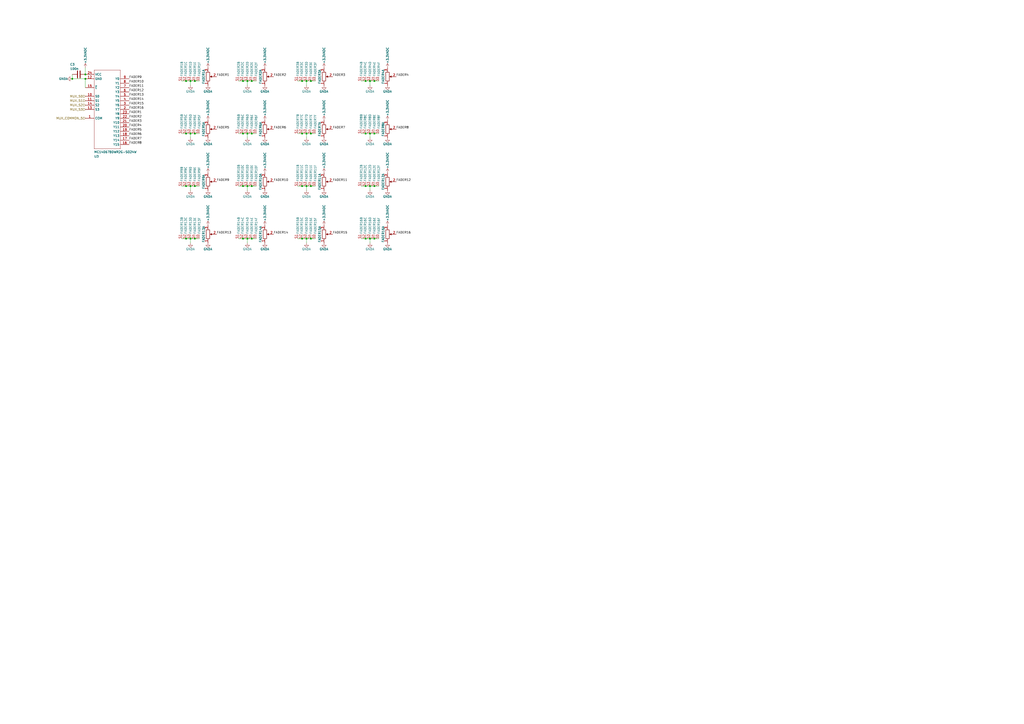
<source format=kicad_sch>
(kicad_sch (version 20250114) (generator "eeschema") (generator_version "9.0")
  (paper "A2")
  (lib_symbols
    (symbol "Device:C" (pin_numbers (hide yes)) (pin_names (offset 0.254))
      (property "Reference" "C" (at 0.635 2.54 0))
      (property "Value" "C" (at 0.635 -2.54 0))
      (symbol "C_0_1"
        (polyline (pts (xy -2.032 0.762) (xy 2.032 0.762)) (stroke (width 0.508)))
        (polyline (pts (xy -2.032 -0.762) (xy 2.032 -0.762)) (stroke (width 0.508)))
      )
      (symbol "C_1_1"
        (pin passive line (at 0 3.81 270) (length 2.794) (name "~") (number "1"))
        (pin passive line (at 0 -3.81 90) (length 2.794) (name "~") (number "2"))
      )
    )
    (symbol "Igor:74HC4067"
      (property "Reference" "U?" (at 6.35 49.53 0))
      (property "Value" "74HC4067" (at 2.54 46.99 0))
      (symbol "74HC4067_0_1"
        (rectangle (start 0 45.72) (end 15.24 0))
      )
      (symbol "74HC4067_1_1"
        (pin power_in line (at -5.08 43.18 0) (length 5.08) (name "VCC") (number "24"))
        (pin power_in line (at -5.08 40.64 0) (length 5.08) (name "GND") (number "12"))
        (pin input line (at -5.08 35.56 0) (length 5.08) (name "~{E}") (number "15"))
        (pin input line (at -5.08 30.48 0) (length 5.08) (name "S0") (number "10"))
        (pin input line (at -5.08 27.94 0) (length 5.08) (name "S1") (number "11"))
        (pin input line (at -5.08 25.4 0) (length 5.08) (name "S2") (number "14"))
        (pin input line (at -5.08 22.86 0) (length 5.08) (name "S3") (number "13"))
        (pin passive line (at -5.08 17.78 0) (length 5.08) (name "COM") (number "1"))
        (pin passive line (at 20.32 40.64 180) (length 5.08) (name "Y0") (number "9"))
        (pin passive line (at 20.32 38.1 180) (length 5.08) (name "Y1") (number "8"))
        (pin passive line (at 20.32 35.56 180) (length 5.08) (name "Y2") (number "7"))
        (pin passive line (at 20.32 33.02 180) (length 5.08) (name "Y3") (number "6"))
        (pin passive line (at 20.32 30.48 180) (length 5.08) (name "Y4") (number "5"))
        (pin passive line (at 20.32 27.94 180) (length 5.08) (name "Y5") (number "4"))
        (pin passive line (at 20.32 25.4 180) (length 5.08) (name "Y6") (number "3"))
        (pin passive line (at 20.32 22.86 180) (length 5.08) (name "Y7") (number "2"))
        (pin passive line (at 20.32 20.32 180) (length 5.08) (name "Y8") (number "23"))
        (pin passive line (at 20.32 17.78 180) (length 5.08) (name "Y9") (number "22"))
        (pin passive line (at 20.32 15.24 180) (length 5.08) (name "Y10") (number "21"))
        (pin passive line (at 20.32 12.7 180) (length 5.08) (name "Y11") (number "20"))
        (pin passive line (at 20.32 10.16 180) (length 5.08) (name "Y12") (number "19"))
        (pin passive line (at 20.32 7.62 180) (length 5.08) (name "Y13") (number "18"))
        (pin passive line (at 20.32 5.08 180) (length 5.08) (name "Y14") (number "17"))
        (pin passive line (at 20.32 2.54 180) (length 5.08) (name "Y15") (number "16"))
      )
    )
    (symbol "Igor:Potentiometer_S" (pin_names (hide yes))
      (property "Reference" "R" (at 1.778 3.556 0))
      (symbol "Potentiometer_S_1_1"
        (rectangle (start -1.016 2.54) (end 1.016 -2.54) (stroke (width 0.254)))
        (polyline (pts (xy 1.143 0) (xy 2.286 0.508) (xy 2.286 -0.508) (xy 1.143 0)) (fill (type outline)))
        (polyline (pts (xy 2.54 0) (xy 1.524 0)))
        (pin passive line (at 0 5.08 270) (length 2.54) (name "1") (number "1"))
        (pin passive line (at 0 -5.08 90) (length 2.54) (name "3") (number "3"))
        (pin passive line (at 5.08 0 180) (length 2.54) (name "2") (number "2"))
      )
      (symbol "Potentiometer_S_2_1"
        (pin passive line (at 0 2.54 270) (length 2.54) (name "S1") (number "S1"))
      )
      (symbol "Potentiometer_S_3_1"
        (pin passive line (at 0 2.54 270) (length 2.54) (name "S2") (number "S2"))
      )
      (symbol "Potentiometer_S_4_1"
        (pin passive line (at 0 2.54 270) (length 2.54) (name "S3") (number "S3"))
      )
      (symbol "Potentiometer_S_5_1"
        (pin passive line (at 0 2.54 270) (length 2.54) (name "S4") (number "S4"))
      )
      (symbol "Potentiometer_S_6_1"
        (pin passive line (at 0 2.54 270) (length 2.54) (name "S5") (number "S5"))
      )
    )
    (symbol "power:+3.3VADC" (power) (pin_names (offset 0))
      (property "Value" "+3.3VADC" (at 0 2.54 0))
      (symbol "+3.3VADC_0_0"
        (pin power_in line (at 0 0 90) (length 0) (hide yes) (name "+3.3VADC") (number "1"))
      )
      (symbol "+3.3VADC_0_1"
        (polyline (pts (xy -0.762 1.27) (xy 0 2.54)))
        (polyline (pts (xy 0 2.54) (xy 0.762 1.27)))
        (polyline (pts (xy 0 0) (xy 0 2.54)))
      )
    )
    (symbol "power:GNDA" (power) (pin_numbers (hide yes)) (pin_names (offset 0) (hide yes))
      (property "Value" "GNDA" (at 0 -3.81 0))
      (symbol "GNDA_0_1"
        (polyline (pts (xy 0 0) (xy 0 -1.27) (xy 1.27 -1.27) (xy 0 -2.54) (xy -1.27 -1.27) (xy 0 -1.27)))
      )
      (symbol "GNDA_1_1"
        (pin power_in line (at 0 0 270) (length 0) (name "~") (number "1"))
      )
    )
  )
  (junction (at 113.03 107.95))
  (junction (at 180.34 138.43))
  (junction (at 113.03 138.43))
  (junction (at 177.8 138.43))
  (junction (at 110.49 46.99))
  (junction (at 212.09 46.99))
  (junction (at 140.97 46.99))
  (junction (at 146.05 138.43))
  (junction (at 175.26 46.99))
  (junction (at 107.95 107.95))
  (junction (at 140.97 138.43))
  (junction (at 175.26 138.43))
  (junction (at 107.95 46.99))
  (junction (at 107.95 77.47))
  (junction (at 177.8 77.47))
  (junction (at 140.97 107.95))
  (junction (at 214.63 107.95))
  (junction (at 175.26 107.95))
  (junction (at 146.05 46.99))
  (junction (at 140.97 77.47))
  (junction (at 177.8 46.99))
  (junction (at 143.51 46.99))
  (junction (at 212.09 138.43))
  (junction (at 217.17 107.95))
  (junction (at 110.49 138.43))
  (junction (at 49.53 45.72))
  (junction (at 143.51 77.47))
  (junction (at 41.91 45.72))
  (junction (at 107.95 138.43))
  (junction (at 214.63 77.47))
  (junction (at 180.34 46.99))
  (junction (at 217.17 46.99))
  (junction (at 49.53 43.18))
  (junction (at 177.8 107.95))
  (junction (at 143.51 107.95))
  (junction (at 217.17 138.43))
  (junction (at 214.63 46.99))
  (junction (at 217.17 77.47))
  (junction (at 180.34 107.95))
  (junction (at 146.05 107.95))
  (junction (at 175.26 77.47))
  (junction (at 214.63 138.43))
  (junction (at 180.34 77.47))
  (junction (at 212.09 77.47))
  (junction (at 110.49 77.47))
  (junction (at 113.03 46.99))
  (junction (at 146.05 77.47))
  (junction (at 110.49 107.95))
  (junction (at 212.09 107.95))
  (junction (at 143.51 138.43))
  (junction (at 113.03 77.47))
  (wire (pts (xy 143.51 138.43) (xy 146.05 138.43)))
  (wire (pts (xy 175.26 77.47) (xy 177.8 77.47)))
  (wire (pts (xy 105.41 46.99) (xy 107.95 46.99)))
  (wire (pts (xy 140.97 46.99) (xy 143.51 46.99)))
  (wire (pts (xy 105.41 107.95) (xy 107.95 107.95)))
  (wire (pts (xy 177.8 77.47) (xy 180.34 77.47)))
  (wire (pts (xy 146.05 46.99) (xy 148.59 46.99)))
  (wire (pts (xy 107.95 107.95) (xy 110.49 107.95)))
  (wire (pts (xy 107.95 77.47) (xy 110.49 77.47)))
  (wire (pts (xy 212.09 138.43) (xy 214.63 138.43)))
  (wire (pts (xy 217.17 107.95) (xy 219.71 107.95)))
  (wire (pts (xy 214.63 138.43) (xy 214.63 140.97)))
  (wire (pts (xy 113.03 138.43) (xy 115.57 138.43)))
  (wire (pts (xy 110.49 138.43) (xy 110.49 140.97)))
  (wire (pts (xy 214.63 77.47) (xy 217.17 77.47)))
  (wire (pts (xy 143.51 77.47) (xy 143.51 80.01)))
  (wire (pts (xy 105.41 77.47) (xy 107.95 77.47)))
  (wire (pts (xy 49.53 39.37) (xy 49.53 43.18)))
  (wire (pts (xy 209.55 138.43) (xy 212.09 138.43)))
  (wire (pts (xy 172.72 77.47) (xy 175.26 77.47)))
  (wire (pts (xy 217.17 46.99) (xy 219.71 46.99)))
  (wire (pts (xy 177.8 107.95) (xy 180.34 107.95)))
  (wire (pts (xy 138.43 77.47) (xy 140.97 77.47)))
  (wire (pts (xy 180.34 77.47) (xy 182.88 77.47)))
  (wire (pts (xy 138.43 138.43) (xy 140.97 138.43)))
  (wire (pts (xy 143.51 107.95) (xy 143.51 110.49)))
  (wire (pts (xy 172.72 107.95) (xy 175.26 107.95)))
  (wire (pts (xy 107.95 138.43) (xy 110.49 138.43)))
  (wire (pts (xy 138.43 107.95) (xy 140.97 107.95)))
  (wire (pts (xy 217.17 77.47) (xy 219.71 77.47)))
  (wire (pts (xy 214.63 46.99) (xy 214.63 49.53)))
  (wire (pts (xy 113.03 107.95) (xy 115.57 107.95)))
  (wire (pts (xy 49.53 45.72) (xy 49.53 50.8)))
  (wire (pts (xy 110.49 46.99) (xy 113.03 46.99)))
  (wire (pts (xy 138.43 46.99) (xy 140.97 46.99)))
  (wire (pts (xy 110.49 138.43) (xy 113.03 138.43)))
  (wire (pts (xy 143.51 46.99) (xy 146.05 46.99)))
  (wire (pts (xy 146.05 138.43) (xy 148.59 138.43)))
  (wire (pts (xy 110.49 77.47) (xy 113.03 77.47)))
  (wire (pts (xy 212.09 77.47) (xy 214.63 77.47)))
  (wire (pts (xy 214.63 138.43) (xy 217.17 138.43)))
  (wire (pts (xy 110.49 77.47) (xy 110.49 80.01)))
  (wire (pts (xy 146.05 77.47) (xy 148.59 77.47)))
  (wire (pts (xy 175.26 138.43) (xy 177.8 138.43)))
  (wire (pts (xy 180.34 107.95) (xy 182.88 107.95)))
  (wire (pts (xy 41.91 45.72) (xy 49.53 45.72)) (stroke (width 0.1524)))
  (wire (pts (xy 214.63 107.95) (xy 214.63 110.49)))
  (wire (pts (xy 209.55 46.99) (xy 212.09 46.99)))
  (wire (pts (xy 172.72 138.43) (xy 175.26 138.43)))
  (wire (pts (xy 177.8 46.99) (xy 180.34 46.99)))
  (wire (pts (xy 110.49 46.99) (xy 110.49 49.53)))
  (wire (pts (xy 110.49 107.95) (xy 113.03 107.95)))
  (wire (pts (xy 113.03 77.47) (xy 115.57 77.47)))
  (wire (pts (xy 212.09 46.99) (xy 214.63 46.99)))
  (wire (pts (xy 214.63 107.95) (xy 217.17 107.95)))
  (wire (pts (xy 180.34 46.99) (xy 182.88 46.99)))
  (wire (pts (xy 140.97 77.47) (xy 143.51 77.47)))
  (wire (pts (xy 140.97 107.95) (xy 143.51 107.95)))
  (wire (pts (xy 143.51 107.95) (xy 146.05 107.95)))
  (wire (pts (xy 146.05 107.95) (xy 148.59 107.95)))
  (wire (pts (xy 143.51 46.99) (xy 143.51 49.53)))
  (wire (pts (xy 175.26 46.99) (xy 177.8 46.99)))
  (wire (pts (xy 172.72 46.99) (xy 175.26 46.99)))
  (wire (pts (xy 107.95 46.99) (xy 110.49 46.99)))
  (wire (pts (xy 177.8 107.95) (xy 177.8 110.49)))
  (wire (pts (xy 214.63 46.99) (xy 217.17 46.99)))
  (wire (pts (xy 140.97 138.43) (xy 143.51 138.43)))
  (wire (pts (xy 143.51 138.43) (xy 143.51 140.97)))
  (wire (pts (xy 41.91 45.72) (xy 41.91 43.18)) (stroke (width 0.1524)))
  (wire (pts (xy 143.51 77.47) (xy 146.05 77.47)))
  (wire (pts (xy 214.63 77.47) (xy 214.63 80.01)))
  (wire (pts (xy 177.8 138.43) (xy 177.8 140.97)))
  (wire (pts (xy 177.8 77.47) (xy 177.8 80.01)))
  (wire (pts (xy 177.8 46.99) (xy 177.8 49.53)))
  (wire (pts (xy 105.41 138.43) (xy 107.95 138.43)))
  (wire (pts (xy 217.17 138.43) (xy 219.71 138.43)))
  (wire (pts (xy 177.8 138.43) (xy 180.34 138.43)))
  (wire (pts (xy 212.09 107.95) (xy 214.63 107.95)))
  (wire (pts (xy 209.55 107.95) (xy 212.09 107.95)))
  (wire (pts (xy 113.03 46.99) (xy 115.57 46.99)))
  (wire (pts (xy 175.26 107.95) (xy 177.8 107.95)))
  (wire (pts (xy 209.55 77.47) (xy 212.09 77.47)))
  (wire (pts (xy 180.34 138.43) (xy 182.88 138.43)))
  (wire (pts (xy 110.49 107.95) (xy 110.49 110.49)))
  (label "FADER11" (at 193.04 105.41 0))
  (label "FADER9" (at 74.93 45.72 0))
  (label "FADER10" (at 74.93 48.26 0))
  (label "FADER2" (at 158.75 44.45 0))
  (label "FADER10" (at 158.75 105.41 0))
  (label "FADER13" (at 125.73 135.89 0))
  (label "FADER1" (at 74.93 66.04 0))
  (label "FADER3" (at 74.93 71.12 0))
  (label "FADER5" (at 125.73 74.93 0))
  (label "FADER5" (at 74.93 76.2 0))
  (label "FADER8" (at 74.93 83.82 0))
  (label "FADER16" (at 229.87 135.89 0))
  (label "FADER9" (at 125.73 105.41 0))
  (label "FADER12" (at 74.93 53.34 0))
  (label "FADER14" (at 74.93 58.42 0))
  (label "FADER11" (at 74.93 50.8 0))
  (label "FADER14" (at 158.75 135.89 0))
  (label "FADER16" (at 74.93 63.5 0))
  (label "FADER8" (at 229.87 74.93 0))
  (label "FADER4" (at 229.87 44.45 0))
  (label "FADER7" (at 74.93 81.28 0))
  (label "FADER15" (at 193.04 135.89 0))
  (label "FADER4" (at 74.93 73.66 0))
  (label "FADER15" (at 74.93 60.96 0))
  (label "FADER1" (at 125.73 44.45 0))
  (label "FADER12" (at 229.87 105.41 0))
  (label "FADER6" (at 74.93 78.74 0))
  (label "FADER13" (at 74.93 55.88 0))
  (label "FADER6" (at 158.75 74.93 0))
  (label "FADER2" (at 74.93 68.58 0))
  (label "FADER7" (at 193.04 74.93 0))
  (label "FADER3" (at 193.04 44.45 0))
  (hierarchical_label "MUX_S0" (shape input) (at 49.53 55.88 180))
  (hierarchical_label "MUX_S3" (shape input) (at 49.53 63.5 180))
  (hierarchical_label "MUX_S1" (shape input) (at 49.53 58.42 180))
  (hierarchical_label "MUX_COMMON_5" (shape input) (at 49.53 68.58 180))
  (hierarchical_label "MUX_S2" (shape input) (at 49.53 60.96 180))
  (symbol (lib_id "power:GNDA") (at 177.8 80.01 0) (unit 1)
    (property "Reference" "#PWR048" (effects (hide yes)))
    (property "Value" "GNDA" (at 180.34 83.566 0) (effects (justify right)))
    (property "Description" "Power symbol creates a global label with name \"GNDA\" , analog ground" (effects (hide yes)))
  )
  (symbol (lib_id "Igor:Potentiometer_S") (at 182.88 135.89 0) (mirror x) (unit 6)
    (property "Reference" "FADER15" (at 182.88 135.636 90) (effects (justify right)))
    (property "Value" "RS6011SP6003" (effects (hide yes)))
    (property "Footprint" "Igor:RS6011_P" (effects (hide yes)))
    (property "LCSC" "C370993" (effects (hide yes)))
  )
  (symbol (lib_id "power:GNDA") (at 143.51 80.01 0) (unit 1)
    (property "Reference" "#PWR054" (effects (hide yes)))
    (property "Value" "GNDA" (at 146.05 83.566 0) (effects (justify right)))
    (property "Description" "Power symbol creates a global label with name \"GNDA\" , analog ground" (effects (hide yes)))
  )
  (symbol (lib_id "Igor:Potentiometer_S") (at 217.17 135.89 0) (mirror x) (unit 5)
    (property "Reference" "FADER16" (at 217.17 135.636 90) (effects (justify right)))
    (property "Value" "RS6011SP6003" (effects (hide yes)))
    (property "Footprint" "Igor:RS6011_P" (effects (hide yes)))
    (property "LCSC" "C370993" (effects (hide yes)))
  )
  (symbol (lib_id "Igor:Potentiometer_S") (at 224.79 135.89 0) (mirror x) (unit 1)
    (property "Reference" "FADER16" (at 222.25 135.89 90))
    (property "Value" "RS6011SP6003" (effects (hide yes)))
    (property "Footprint" "Igor:RS6011_P" (effects (hide yes)))
    (property "LCSC" "C370993" (effects (hide yes)))
  )
  (symbol (lib_id "Igor:Potentiometer_S") (at 153.67 44.45 0) (mirror x) (unit 1)
    (property "Reference" "FADER2" (at 151.13 44.45 90))
    (property "Value" "RS6011SP6003" (effects (hide yes)))
    (property "Footprint" "Igor:RS6011_P" (effects (hide yes)))
    (property "LCSC" "C370993" (effects (hide yes)))
  )
  (symbol (lib_id "Igor:Potentiometer_S") (at 172.72 74.93 0) (mirror x) (unit 2)
    (property "Reference" "FADER7" (at 172.72 74.676 90) (effects (justify right)))
    (property "Value" "RS6011SP6003" (effects (hide yes)))
    (property "Footprint" "Igor:RS6011_P" (effects (hide yes)))
    (property "LCSC" "C370993" (effects (hide yes)))
  )
  (symbol (lib_id "power:+3.3VADC") (at 187.96 100.33 0) (unit 1)
    (property "Reference" "#PWR042" (effects (hide yes)))
    (property "Value" "+3.3VADC" (at 187.96 97.79 90) (effects (justify left)))
  )
  (symbol (lib_id "power:GNDA") (at 120.65 80.01 0) (unit 1)
    (property "Reference" "#PWR020" (effects (hide yes)))
    (property "Value" "GNDA" (at 123.19 83.566 0) (effects (justify right)))
    (property "Description" "Power symbol creates a global label with name \"GNDA\" , analog ground" (effects (hide yes)))
  )
  (symbol (lib_id "power:+3.3VADC") (at 224.79 100.33 0) (unit 1)
    (property "Reference" "#PWR043" (effects (hide yes)))
    (property "Value" "+3.3VADC" (at 224.79 97.79 90) (effects (justify left)))
  )
  (symbol (lib_id "Igor:Potentiometer_S") (at 219.71 74.93 0) (mirror x) (unit 6)
    (property "Reference" "FADER8" (at 219.71 74.676 90) (effects (justify right)))
    (property "Value" "RS6011SP6003" (effects (hide yes)))
    (property "Footprint" "Igor:RS6011_P" (effects (hide yes)))
    (property "LCSC" "C370993" (effects (hide yes)))
  )
  (symbol (lib_id "Igor:Potentiometer_S") (at 175.26 135.89 0) (mirror x) (unit 3)
    (property "Reference" "FADER15" (at 175.006 135.636 90) (effects (justify right)))
    (property "Value" "RS6011SP6003" (effects (hide yes)))
    (property "Footprint" "Igor:RS6011_P" (effects (hide yes)))
    (property "LCSC" "C370993" (effects (hide yes)))
  )
  (symbol (lib_id "Igor:Potentiometer_S") (at 224.79 74.93 0) (mirror x) (unit 1)
    (property "Reference" "FADER8" (at 222.25 74.93 90))
    (property "Value" "RS6011SP6003" (effects (hide yes)))
    (property "Footprint" "Igor:RS6011_P" (effects (hide yes)))
    (property "LCSC" "C370993" (effects (hide yes)))
  )
  (symbol (lib_id "Igor:Potentiometer_S") (at 107.95 44.45 0) (mirror x) (unit 3)
    (property "Reference" "FADER1" (at 107.696 44.196 90) (effects (justify right)))
    (property "Value" "RS6011SP6003" (effects (hide yes)))
    (property "Footprint" "Igor:RS6011_P" (effects (hide yes)))
    (property "LCSC" "C370993" (effects (hide yes)))
  )
  (symbol (lib_id "power:GNDA") (at 187.96 110.49 0) (unit 1)
    (property "Reference" "#PWR026" (effects (hide yes)))
    (property "Value" "GNDA" (at 190.5 114.046 0) (effects (justify right)))
    (property "Description" "Power symbol creates a global label with name \"GNDA\" , analog ground" (effects (hide yes)))
  )
  (symbol (lib_id "Igor:Potentiometer_S") (at 143.51 105.41 0) (mirror x) (unit 4)
    (property "Reference" "FADER10" (at 143.51 105.156 90) (effects (justify right)))
    (property "Value" "RS6011SP6003" (effects (hide yes)))
    (property "Footprint" "Igor:RS6011_P" (effects (hide yes)))
    (property "LCSC" "C370993" (effects (hide yes)))
  )
  (symbol (lib_id "Igor:Potentiometer_S") (at 146.05 44.45 0) (mirror x) (unit 5)
    (property "Reference" "FADER2" (at 146.05 44.196 90) (effects (justify right)))
    (property "Value" "RS6011SP6003" (effects (hide yes)))
    (property "Footprint" "Igor:RS6011_P" (effects (hide yes)))
    (property "LCSC" "C370993" (effects (hide yes)))
  )
  (symbol (lib_id "Igor:Potentiometer_S") (at 187.96 74.93 0) (mirror x) (unit 1)
    (property "Reference" "FADER7" (at 185.42 74.93 90))
    (property "Value" "RS6011SP6003" (effects (hide yes)))
    (property "Footprint" "Igor:RS6011_P" (effects (hide yes)))
    (property "LCSC" "C370993" (effects (hide yes)))
  )
  (symbol (lib_id "Igor:Potentiometer_S") (at 209.55 74.93 0) (mirror x) (unit 2)
    (property "Reference" "FADER8" (at 209.55 74.676 90) (effects (justify right)))
    (property "Value" "RS6011SP6003" (effects (hide yes)))
    (property "Footprint" "Igor:RS6011_P" (effects (hide yes)))
    (property "LCSC" "C370993" (effects (hide yes)))
  )
  (symbol (lib_id "Igor:Potentiometer_S") (at 107.95 105.41 0) (mirror x) (unit 3)
    (property "Reference" "FADER9" (at 107.696 105.156 90) (effects (justify right)))
    (property "Value" "RS6011SP6003" (effects (hide yes)))
    (property "Footprint" "Igor:RS6011_P" (effects (hide yes)))
    (property "LCSC" "C370993" (effects (hide yes)))
  )
  (symbol (lib_id "Igor:Potentiometer_S") (at 217.17 105.41 0) (mirror x) (unit 5)
    (property "Reference" "FADER12" (at 217.17 105.156 90) (effects (justify right)))
    (property "Value" "RS6011SP6003" (effects (hide yes)))
    (property "Footprint" "Igor:RS6011_P" (effects (hide yes)))
    (property "LCSC" "C370993" (effects (hide yes)))
  )
  (symbol (lib_id "power:GNDA") (at 224.79 140.97 0) (unit 1)
    (property "Reference" "#PWR031" (effects (hide yes)))
    (property "Value" "GNDA" (at 227.33 144.526 0) (effects (justify right)))
    (property "Description" "Power symbol creates a global label with name \"GNDA\" , analog ground" (effects (hide yes)))
  )
  (symbol (lib_id "Igor:Potentiometer_S") (at 214.63 74.93 0) (mirror x) (unit 4)
    (property "Reference" "FADER8" (at 214.63 74.676 90) (effects (justify right)))
    (property "Value" "RS6011SP6003" (effects (hide yes)))
    (property "Footprint" "Igor:RS6011_P" (effects (hide yes)))
    (property "LCSC" "C370993" (effects (hide yes)))
  )
  (symbol (lib_id "Igor:Potentiometer_S") (at 219.71 105.41 0) (mirror x) (unit 6)
    (property "Reference" "FADER12" (at 219.71 105.156 90) (effects (justify right)))
    (property "Value" "RS6011SP6003" (effects (hide yes)))
    (property "Footprint" "Igor:RS6011_P" (effects (hide yes)))
    (property "LCSC" "C370993" (effects (hide yes)))
  )
  (symbol (lib_id "power:GNDA") (at 187.96 49.53 0) (unit 1)
    (property "Reference" "#PWR018" (effects (hide yes)))
    (property "Value" "GNDA" (at 190.5 53.086 0) (effects (justify right)))
    (property "Description" "Power symbol creates a global label with name \"GNDA\" , analog ground" (effects (hide yes)))
  )
  (symbol (lib_id "power:GNDA") (at 110.49 110.49 0) (unit 1)
    (property "Reference" "#PWR070" (effects (hide yes)))
    (property "Value" "GNDA" (at 113.03 114.046 0) (effects (justify right)))
    (property "Description" "Power symbol creates a global label with name \"GNDA\" , analog ground" (effects (hide yes)))
  )
  (symbol (lib_id "Igor:Potentiometer_S") (at 120.65 74.93 0) (mirror x) (unit 1)
    (property "Reference" "FADER5" (at 118.11 74.93 90))
    (property "Value" "RS6011SP6003" (effects (hide yes)))
    (property "Footprint" "Igor:RS6011_P" (effects (hide yes)))
    (property "LCSC" "C370993" (effects (hide yes)))
  )
  (symbol (lib_id "power:+3.3VADC") (at 49.53 39.37 0) (unit 1)
    (property "Reference" "#PWR02" (effects (hide yes)))
    (property "Value" "+3.3VADC" (at 49.53 36.83 90) (effects (justify left)))
  )
  (symbol (lib_id "power:GNDA") (at 177.8 110.49 0) (unit 1)
    (property "Reference" "#PWR072" (effects (hide yes)))
    (property "Value" "GNDA" (at 180.34 114.046 0) (effects (justify right)))
    (property "Description" "Power symbol creates a global label with name \"GNDA\" , analog ground" (effects (hide yes)))
  )
  (symbol (lib_id "power:GNDA") (at 110.49 80.01 0) (unit 1)
    (property "Reference" "#PWR069" (effects (hide yes)))
    (property "Value" "GNDA" (at 113.03 83.566 0) (effects (justify right)))
    (property "Description" "Power symbol creates a global label with name \"GNDA\" , analog ground" (effects (hide yes)))
  )
  (symbol (lib_id "Igor:Potentiometer_S") (at 153.67 135.89 0) (mirror x) (unit 1)
    (property "Reference" "FADER14" (at 151.13 135.89 90))
    (property "Value" "RS6011SP6003" (effects (hide yes)))
    (property "Footprint" "Igor:RS6011_P" (effects (hide yes)))
    (property "LCSC" "C370993" (effects (hide yes)))
  )
  (symbol (lib_id "power:GNDA") (at 224.79 110.49 0) (unit 1)
    (property "Reference" "#PWR027" (effects (hide yes)))
    (property "Value" "GNDA" (at 227.33 114.046 0) (effects (justify right)))
    (property "Description" "Power symbol creates a global label with name \"GNDA\" , analog ground" (effects (hide yes)))
  )
  (symbol (lib_id "power:GNDA") (at 214.63 80.01 0) (unit 1)
    (property "Reference" "#PWR07" (effects (hide yes)))
    (property "Value" "GNDA" (at 217.17 83.566 0) (effects (justify right)))
    (property "Description" "Power symbol creates a global label with name \"GNDA\" , analog ground" (effects (hide yes)))
  )
  (symbol (lib_id "Igor:Potentiometer_S") (at 175.26 44.45 0) (mirror x) (unit 3)
    (property "Reference" "FADER3" (at 175.006 44.196 90) (effects (justify right)))
    (property "Value" "RS6011SP6003" (effects (hide yes)))
    (property "Footprint" "Igor:RS6011_P" (effects (hide yes)))
    (property "LCSC" "C370993" (effects (hide yes)))
  )
  (symbol (lib_id "Igor:Potentiometer_S") (at 182.88 74.93 0) (mirror x) (unit 6)
    (property "Reference" "FADER7" (at 182.88 74.676 90) (effects (justify right)))
    (property "Value" "RS6011SP6003" (effects (hide yes)))
    (property "Footprint" "Igor:RS6011_P" (effects (hide yes)))
    (property "LCSC" "C370993" (effects (hide yes)))
  )
  (symbol (lib_id "power:GNDA") (at 177.8 49.53 0) (unit 1)
    (property "Reference" "#PWR05" (effects (hide yes)))
    (property "Value" "GNDA" (at 180.34 53.086 0) (effects (justify right)))
    (property "Description" "Power symbol creates a global label with name \"GNDA\" , analog ground" (effects (hide yes)))
  )
  (symbol (lib_id "power:+3.3VADC") (at 187.96 130.81 0) (unit 1)
    (property "Reference" "#PWR045" (effects (hide yes)))
    (property "Value" "+3.3VADC" (at 187.96 128.27 90) (effects (justify left)))
  )
  (symbol (lib_id "Igor:Potentiometer_S") (at 143.51 44.45 0) (mirror x) (unit 4)
    (property "Reference" "FADER2" (at 143.51 44.196 90) (effects (justify right)))
    (property "Value" "RS6011SP6003" (effects (hide yes)))
    (property "Footprint" "Igor:RS6011_P" (effects (hide yes)))
    (property "LCSC" "C370993" (effects (hide yes)))
  )
  (symbol (lib_id "Igor:Potentiometer_S") (at 146.05 135.89 0) (mirror x) (unit 5)
    (property "Reference" "FADER14" (at 146.05 135.636 90) (effects (justify right)))
    (property "Value" "RS6011SP6003" (effects (hide yes)))
    (property "Footprint" "Igor:RS6011_P" (effects (hide yes)))
    (property "LCSC" "C370993" (effects (hide yes)))
  )
  (symbol (lib_id "Igor:Potentiometer_S") (at 175.26 74.93 0) (mirror x) (unit 3)
    (property "Reference" "FADER7" (at 175.006 74.676 90) (effects (justify right)))
    (property "Value" "RS6011SP6003" (effects (hide yes)))
    (property "Footprint" "Igor:RS6011_P" (effects (hide yes)))
    (property "LCSC" "C370993" (effects (hide yes)))
  )
  (symbol (lib_id "power:+3.3VADC") (at 224.79 69.85 0) (unit 1)
    (property "Reference" "#PWR036" (effects (hide yes)))
    (property "Value" "+3.3VADC" (at 224.79 67.31 90) (effects (justify left)))
  )
  (symbol (lib_id "power:GNDA") (at 120.65 49.53 0) (unit 1)
    (property "Reference" "#PWR016" (effects (hide yes)))
    (property "Value" "GNDA" (at 123.19 53.086 0) (effects (justify right)))
    (property "Description" "Power symbol creates a global label with name \"GNDA\" , analog ground" (effects (hide yes)))
  )
  (symbol (lib_id "Igor:Potentiometer_S") (at 105.41 44.45 0) (mirror x) (unit 2)
    (property "Reference" "FADER1" (at 105.41 44.196 90) (effects (justify right)))
    (property "Value" "RS6011SP6003" (effects (hide yes)))
    (property "Footprint" "Igor:RS6011_P" (effects (hide yes)))
    (property "LCSC" "C370993" (effects (hide yes)))
  )
  (symbol (lib_id "Igor:Potentiometer_S") (at 143.51 135.89 0) (mirror x) (unit 4)
    (property "Reference" "FADER14" (at 143.51 135.636 90) (effects (justify right)))
    (property "Value" "RS6011SP6003" (effects (hide yes)))
    (property "Footprint" "Igor:RS6011_P" (effects (hide yes)))
    (property "LCSC" "C370993" (effects (hide yes)))
  )
  (symbol (lib_id "Igor:Potentiometer_S") (at 172.72 135.89 0) (mirror x) (unit 2)
    (property "Reference" "FADER15" (at 172.72 135.636 90) (effects (justify right)))
    (property "Value" "RS6011SP6003" (effects (hide yes)))
    (property "Footprint" "Igor:RS6011_P" (effects (hide yes)))
    (property "LCSC" "C370993" (effects (hide yes)))
  )
  (symbol (lib_id "power:GNDA") (at 120.65 140.97 0) (unit 1)
    (property "Reference" "#PWR028" (effects (hide yes)))
    (property "Value" "GNDA" (at 123.19 144.526 0) (effects (justify right)))
    (property "Description" "Power symbol creates a global label with name \"GNDA\" , analog ground" (effects (hide yes)))
  )
  (symbol (lib_id "Igor:Potentiometer_S") (at 212.09 105.41 0) (mirror x) (unit 3)
    (property "Reference" "FADER12" (at 211.836 105.156 90) (effects (justify right)))
    (property "Value" "RS6011SP6003" (effects (hide yes)))
    (property "Footprint" "Igor:RS6011_P" (effects (hide yes)))
    (property "LCSC" "C370993" (effects (hide yes)))
  )
  (symbol (lib_id "Igor:Potentiometer_S") (at 224.79 105.41 0) (mirror x) (unit 1)
    (property "Reference" "FADER12" (at 222.25 105.41 90))
    (property "Value" "RS6011SP6003" (effects (hide yes)))
    (property "Footprint" "Igor:RS6011_P" (effects (hide yes)))
    (property "LCSC" "C370993" (effects (hide yes)))
  )
  (symbol (lib_id "Igor:Potentiometer_S") (at 182.88 105.41 0) (mirror x) (unit 6)
    (property "Reference" "FADER11" (at 182.88 105.156 90) (effects (justify right)))
    (property "Value" "RS6011SP6003" (effects (hide yes)))
    (property "Footprint" "Igor:RS6011_P" (effects (hide yes)))
    (property "LCSC" "C370993" (effects (hide yes)))
  )
  (symbol (lib_id "Igor:Potentiometer_S") (at 120.65 44.45 0) (mirror x) (unit 1)
    (property "Reference" "FADER1" (at 118.11 44.45 90))
    (property "Value" "RS6011SP6003" (effects (hide yes)))
    (property "Footprint" "Igor:RS6011_P" (effects (hide yes)))
    (property "LCSC" "C370993" (effects (hide yes)))
  )
  (symbol (lib_id "Igor:Potentiometer_S") (at 113.03 44.45 0) (mirror x) (unit 5)
    (property "Reference" "FADER1" (at 113.03 44.196 90) (effects (justify right)))
    (property "Value" "RS6011SP6003" (effects (hide yes)))
    (property "Footprint" "Igor:RS6011_P" (effects (hide yes)))
    (property "LCSC" "C370993" (effects (hide yes)))
  )
  (symbol (lib_id "Igor:Potentiometer_S") (at 115.57 44.45 0) (mirror x) (unit 6)
    (property "Reference" "FADER1" (at 115.57 44.196 90) (effects (justify right)))
    (property "Value" "RS6011SP6003" (effects (hide yes)))
    (property "Footprint" "Igor:RS6011_P" (effects (hide yes)))
    (property "LCSC" "C370993" (effects (hide yes)))
  )
  (symbol (lib_id "Igor:Potentiometer_S") (at 110.49 44.45 0) (mirror x) (unit 4)
    (property "Reference" "FADER1" (at 110.49 44.196 90) (effects (justify right)))
    (property "Value" "RS6011SP6003" (effects (hide yes)))
    (property "Footprint" "Igor:RS6011_P" (effects (hide yes)))
    (property "LCSC" "C370993" (effects (hide yes)))
  )
  (symbol (lib_id "Igor:Potentiometer_S") (at 140.97 105.41 0) (mirror x) (unit 3)
    (property "Reference" "FADER10" (at 140.716 105.156 90) (effects (justify right)))
    (property "Value" "RS6011SP6003" (effects (hide yes)))
    (property "Footprint" "Igor:RS6011_P" (effects (hide yes)))
    (property "LCSC" "C370993" (effects (hide yes)))
  )
  (symbol (lib_id "Igor:Potentiometer_S") (at 140.97 74.93 0) (mirror x) (unit 3)
    (property "Reference" "FADER6" (at 140.716 74.676 90) (effects (justify right)))
    (property "Value" "RS6011SP6003" (effects (hide yes)))
    (property "Footprint" "Igor:RS6011_P" (effects (hide yes)))
    (property "LCSC" "C370993" (effects (hide yes)))
  )
  (symbol (lib_id "Igor:Potentiometer_S") (at 209.55 105.41 0) (mirror x) (unit 2)
    (property "Reference" "FADER12" (at 209.55 105.156 90) (effects (justify right)))
    (property "Value" "RS6011SP6003" (effects (hide yes)))
    (property "Footprint" "Igor:RS6011_P" (effects (hide yes)))
    (property "LCSC" "C370993" (effects (hide yes)))
  )
  (symbol (lib_id "power:+3.3VADC") (at 187.96 69.85 0) (unit 1)
    (property "Reference" "#PWR037" (effects (hide yes)))
    (property "Value" "+3.3VADC" (at 187.96 67.31 90) (effects (justify left)))
  )
  (symbol (lib_id "power:GNDA") (at 153.67 80.01 0) (unit 1)
    (property "Reference" "#PWR021" (effects (hide yes)))
    (property "Value" "GNDA" (at 156.21 83.566 0) (effects (justify right)))
    (property "Description" "Power symbol creates a global label with name \"GNDA\" , analog ground" (effects (hide yes)))
  )
  (symbol (lib_id "power:+3.3VADC") (at 224.79 130.81 0) (unit 1)
    (property "Reference" "#PWR044" (effects (hide yes)))
    (property "Value" "+3.3VADC" (at 224.79 128.27 90) (effects (justify left)))
  )
  (symbol (lib_id "Igor:Potentiometer_S") (at 153.67 105.41 0) (mirror x) (unit 1)
    (property "Reference" "FADER10" (at 151.13 105.41 90))
    (property "Value" "RS6011SP6003" (effects (hide yes)))
    (property "Footprint" "Igor:RS6011_P" (effects (hide yes)))
    (property "LCSC" "C370993" (effects (hide yes)))
  )
  (symbol (lib_id "Igor:Potentiometer_S") (at 187.96 135.89 0) (mirror x) (unit 1)
    (property "Reference" "FADER15" (at 185.42 135.89 90))
    (property "Value" "RS6011SP6003" (effects (hide yes)))
    (property "Footprint" "Igor:RS6011_P" (effects (hide yes)))
    (property "LCSC" "C370993" (effects (hide yes)))
  )
  (symbol (lib_id "power:GNDA") (at 110.49 49.53 0) (unit 1)
    (property "Reference" "#PWR068" (effects (hide yes)))
    (property "Value" "GNDA" (at 113.03 53.086 0) (effects (justify right)))
    (property "Description" "Power symbol creates a global label with name \"GNDA\" , analog ground" (effects (hide yes)))
  )
  (symbol (lib_id "Igor:Potentiometer_S") (at 177.8 105.41 0) (mirror x) (unit 4)
    (property "Reference" "FADER11" (at 177.8 105.156 90) (effects (justify right)))
    (property "Value" "RS6011SP6003" (effects (hide yes)))
    (property "Footprint" "Igor:RS6011_P" (effects (hide yes)))
    (property "LCSC" "C370993" (effects (hide yes)))
  )
  (symbol (lib_id "Igor:Potentiometer_S") (at 219.71 135.89 0) (mirror x) (unit 6)
    (property "Reference" "FADER16" (at 219.71 135.636 90) (effects (justify right)))
    (property "Value" "RS6011SP6003" (effects (hide yes)))
    (property "Footprint" "Igor:RS6011_P" (effects (hide yes)))
    (property "LCSC" "C370993" (effects (hide yes)))
  )
  (symbol (lib_id "Device:C") (at 45.72 43.18 90) (unit 1)
    (property "Reference" "C3" (at 40.64 38.1 90) (effects (justify right top)))
    (property "Value" "100n" (at 40.64 40.64 90) (effects (justify right top)))
    (property "Footprint" "Capacitor_SMD:C_0402_1005Metric" (effects (hide yes)))
    (property "Description" "Unpolarized capacitor" (effects (hide yes)))
    (property "LCSC" "C1525" (effects (hide yes)))
  )
  (symbol (lib_id "power:+3.3VADC") (at 153.67 100.33 0) (unit 1)
    (property "Reference" "#PWR041" (effects (hide yes)))
    (property "Value" "+3.3VADC" (at 153.67 97.79 90) (effects (justify left)))
  )
  (symbol (lib_id "power:GNDA") (at 177.8 140.97 0) (unit 1)
    (property "Reference" "#PWR075" (effects (hide yes)))
    (property "Value" "GNDA" (at 180.34 144.526 0) (effects (justify right)))
    (property "Description" "Power symbol creates a global label with name \"GNDA\" , analog ground" (effects (hide yes)))
  )
  (symbol (lib_id "Igor:Potentiometer_S") (at 148.59 105.41 0) (mirror x) (unit 6)
    (property "Reference" "FADER10" (at 148.59 105.156 90) (effects (justify right)))
    (property "Value" "RS6011SP6003" (effects (hide yes)))
    (property "Footprint" "Igor:RS6011_P" (effects (hide yes)))
    (property "LCSC" "C370993" (effects (hide yes)))
  )
  (symbol (lib_id "power:+3.3VADC") (at 153.67 39.37 0) (unit 1)
    (property "Reference" "#PWR033" (effects (hide yes)))
    (property "Value" "+3.3VADC" (at 153.67 36.83 90) (effects (justify left)))
  )
  (symbol (lib_id "Igor:Potentiometer_S") (at 107.95 74.93 0) (mirror x) (unit 3)
    (property "Reference" "FADER5" (at 107.696 74.676 90) (effects (justify right)))
    (property "Value" "RS6011SP6003" (effects (hide yes)))
    (property "Footprint" "Igor:RS6011_P" (effects (hide yes)))
    (property "LCSC" "C370993" (effects (hide yes)))
  )
  (symbol (lib_id "Igor:Potentiometer_S") (at 148.59 44.45 0) (mirror x) (unit 6)
    (property "Reference" "FADER2" (at 148.59 44.196 90) (effects (justify right)))
    (property "Value" "RS6011SP6003" (effects (hide yes)))
    (property "Footprint" "Igor:RS6011_P" (effects (hide yes)))
    (property "LCSC" "C370993" (effects (hide yes)))
  )
  (symbol (lib_id "power:+3.3VADC") (at 153.67 130.81 0) (unit 1)
    (property "Reference" "#PWR046" (effects (hide yes)))
    (property "Value" "+3.3VADC" (at 153.67 128.27 90) (effects (justify left)))
  )
  (symbol (lib_id "Igor:Potentiometer_S") (at 140.97 135.89 0) (mirror x) (unit 3)
    (property "Reference" "FADER14" (at 140.716 135.636 90) (effects (justify right)))
    (property "Value" "RS6011SP6003" (effects (hide yes)))
    (property "Footprint" "Igor:RS6011_P" (effects (hide yes)))
    (property "LCSC" "C370993" (effects (hide yes)))
  )
  (symbol (lib_id "Igor:Potentiometer_S") (at 105.41 105.41 0) (mirror x) (unit 2)
    (property "Reference" "FADER9" (at 105.41 105.156 90) (effects (justify right)))
    (property "Value" "RS6011SP6003" (effects (hide yes)))
    (property "Footprint" "Igor:RS6011_P" (effects (hide yes)))
    (property "LCSC" "C370993" (effects (hide yes)))
  )
  (symbol (lib_id "Igor:Potentiometer_S") (at 148.59 135.89 0) (mirror x) (unit 6)
    (property "Reference" "FADER14" (at 148.59 135.636 90) (effects (justify right)))
    (property "Value" "RS6011SP6003" (effects (hide yes)))
    (property "Footprint" "Igor:RS6011_P" (effects (hide yes)))
    (property "LCSC" "C370993" (effects (hide yes)))
  )
  (symbol (lib_id "Igor:Potentiometer_S") (at 212.09 135.89 0) (mirror x) (unit 3)
    (property "Reference" "FADER16" (at 211.836 135.636 90) (effects (justify right)))
    (property "Value" "RS6011SP6003" (effects (hide yes)))
    (property "Footprint" "Igor:RS6011_P" (effects (hide yes)))
    (property "LCSC" "C370993" (effects (hide yes)))
  )
  (symbol (lib_id "Igor:Potentiometer_S") (at 172.72 105.41 0) (mirror x) (unit 2)
    (property "Reference" "FADER11" (at 172.72 105.156 90) (effects (justify right)))
    (property "Value" "RS6011SP6003" (effects (hide yes)))
    (property "Footprint" "Igor:RS6011_P" (effects (hide yes)))
    (property "LCSC" "C370993" (effects (hide yes)))
  )
  (symbol (lib_id "Igor:Potentiometer_S") (at 209.55 135.89 0) (mirror x) (unit 2)
    (property "Reference" "FADER16" (at 209.55 135.636 90) (effects (justify right)))
    (property "Value" "RS6011SP6003" (effects (hide yes)))
    (property "Footprint" "Igor:RS6011_P" (effects (hide yes)))
    (property "LCSC" "C370993" (effects (hide yes)))
  )
  (symbol (lib_id "Igor:Potentiometer_S") (at 180.34 74.93 0) (mirror x) (unit 5)
    (property "Reference" "FADER7" (at 180.34 74.676 90) (effects (justify right)))
    (property "Value" "RS6011SP6003" (effects (hide yes)))
    (property "Footprint" "Igor:RS6011_P" (effects (hide yes)))
    (property "LCSC" "C370993" (effects (hide yes)))
  )
  (symbol (lib_id "Igor:Potentiometer_S") (at 214.63 105.41 0) (mirror x) (unit 4)
    (property "Reference" "FADER12" (at 214.63 105.156 90) (effects (justify right)))
    (property "Value" "RS6011SP6003" (effects (hide yes)))
    (property "Footprint" "Igor:RS6011_P" (effects (hide yes)))
    (property "LCSC" "C370993" (effects (hide yes)))
  )
  (symbol (lib_id "power:GNDA") (at 224.79 49.53 0) (unit 1)
    (property "Reference" "#PWR019" (effects (hide yes)))
    (property "Value" "GNDA" (at 227.33 53.086 0) (effects (justify right)))
    (property "Description" "Power symbol creates a global label with name \"GNDA\" , analog ground" (effects (hide yes)))
  )
  (symbol (lib_id "power:+3.3VADC") (at 224.79 39.37 0) (unit 1)
    (property "Reference" "#PWR035" (effects (hide yes)))
    (property "Value" "+3.3VADC" (at 224.79 36.83 90) (effects (justify left)))
  )
  (symbol (lib_id "power:GNDA") (at 214.63 110.49 0) (unit 1)
    (property "Reference" "#PWR073" (effects (hide yes)))
    (property "Value" "GNDA" (at 217.17 114.046 0) (effects (justify right)))
    (property "Description" "Power symbol creates a global label with name \"GNDA\" , analog ground" (effects (hide yes)))
  )
  (symbol (lib_id "Igor:Potentiometer_S") (at 217.17 74.93 0) (mirror x) (unit 5)
    (property "Reference" "FADER8" (at 217.17 74.676 90) (effects (justify right)))
    (property "Value" "RS6011SP6003" (effects (hide yes)))
    (property "Footprint" "Igor:RS6011_P" (effects (hide yes)))
    (property "LCSC" "C370993" (effects (hide yes)))
  )
  (symbol (lib_id "power:GNDA") (at 143.51 140.97 0) (unit 1)
    (property "Reference" "#PWR076" (effects (hide yes)))
    (property "Value" "GNDA" (at 146.05 144.526 0) (effects (justify right)))
    (property "Description" "Power symbol creates a global label with name \"GNDA\" , analog ground" (effects (hide yes)))
  )
  (symbol (lib_id "Igor:Potentiometer_S") (at 138.43 105.41 0) (mirror x) (unit 2)
    (property "Reference" "FADER10" (at 138.43 105.156 90) (effects (justify right)))
    (property "Value" "RS6011SP6003" (effects (hide yes)))
    (property "Footprint" "Igor:RS6011_P" (effects (hide yes)))
    (property "LCSC" "C370993" (effects (hide yes)))
  )
  (symbol (lib_id "Igor:Potentiometer_S") (at 138.43 135.89 0) (mirror x) (unit 2)
    (property "Reference" "FADER14" (at 138.43 135.636 90) (effects (justify right)))
    (property "Value" "RS6011SP6003" (effects (hide yes)))
    (property "Footprint" "Igor:RS6011_P" (effects (hide yes)))
    (property "LCSC" "C370993" (effects (hide yes)))
  )
  (symbol (lib_id "Igor:Potentiometer_S") (at 146.05 74.93 0) (mirror x) (unit 5)
    (property "Reference" "FADER6" (at 146.05 74.676 90) (effects (justify right)))
    (property "Value" "RS6011SP6003" (effects (hide yes)))
    (property "Footprint" "Igor:RS6011_P" (effects (hide yes)))
    (property "LCSC" "C370993" (effects (hide yes)))
  )
  (symbol (lib_id "Igor:Potentiometer_S") (at 120.65 105.41 0) (mirror x) (unit 1)
    (property "Reference" "FADER9" (at 118.11 105.41 90))
    (property "Value" "RS6011SP6003" (effects (hide yes)))
    (property "Footprint" "Igor:RS6011_P" (effects (hide yes)))
    (property "LCSC" "C370993" (effects (hide yes)))
  )
  (symbol (lib_id "Igor:Potentiometer_S") (at 113.03 74.93 0) (mirror x) (unit 5)
    (property "Reference" "FADER5" (at 113.03 74.676 90) (effects (justify right)))
    (property "Value" "RS6011SP6003" (effects (hide yes)))
    (property "Footprint" "Igor:RS6011_P" (effects (hide yes)))
    (property "LCSC" "C370993" (effects (hide yes)))
  )
  (symbol (lib_id "Igor:Potentiometer_S") (at 107.95 135.89 0) (mirror x) (unit 3)
    (property "Reference" "FADER13" (at 107.696 135.636 90) (effects (justify right)))
    (property "Value" "RS6011SP6003" (effects (hide yes)))
    (property "Footprint" "Igor:RS6011_P" (effects (hide yes)))
    (property "LCSC" "C370993" (effects (hide yes)))
  )
  (symbol (lib_id "power:+3.3VADC") (at 120.65 130.81 0) (unit 1)
    (property "Reference" "#PWR047" (effects (hide yes)))
    (property "Value" "+3.3VADC" (at 120.65 128.27 90) (effects (justify left)))
  )
  (symbol (lib_id "Igor:Potentiometer_S") (at 180.34 135.89 0) (mirror x) (unit 5)
    (property "Reference" "FADER15" (at 180.34 135.636 90) (effects (justify right)))
    (property "Value" "RS6011SP6003" (effects (hide yes)))
    (property "Footprint" "Igor:RS6011_P" (effects (hide yes)))
    (property "LCSC" "C370993" (effects (hide yes)))
  )
  (symbol (lib_id "power:GNDA") (at 224.79 80.01 0) (unit 1)
    (property "Reference" "#PWR023" (effects (hide yes)))
    (property "Value" "GNDA" (at 227.33 83.566 0) (effects (justify right)))
    (property "Description" "Power symbol creates a global label with name \"GNDA\" , analog ground" (effects (hide yes)))
  )
  (symbol (lib_id "power:GNDA") (at 143.51 49.53 0) (unit 1)
    (property "Reference" "#PWR04" (effects (hide yes)))
    (property "Value" "GNDA" (at 146.05 53.086 0) (effects (justify right)))
    (property "Description" "Power symbol creates a global label with name \"GNDA\" , analog ground" (effects (hide yes)))
  )
  (symbol (lib_id "power:GNDA") (at 187.96 140.97 0) (unit 1)
    (property "Reference" "#PWR030" (effects (hide yes)))
    (property "Value" "GNDA" (at 190.5 144.526 0) (effects (justify right)))
    (property "Description" "Power symbol creates a global label with name \"GNDA\" , analog ground" (effects (hide yes)))
  )
  (symbol (lib_id "Igor:Potentiometer_S") (at 138.43 44.45 0) (mirror x) (unit 2)
    (property "Reference" "FADER2" (at 138.43 44.196 90) (effects (justify right)))
    (property "Value" "RS6011SP6003" (effects (hide yes)))
    (property "Footprint" "Igor:RS6011_P" (effects (hide yes)))
    (property "LCSC" "C370993" (effects (hide yes)))
  )
  (symbol (lib_id "Igor:Potentiometer_S") (at 214.63 135.89 0) (mirror x) (unit 4)
    (property "Reference" "FADER16" (at 214.63 135.636 90) (effects (justify right)))
    (property "Value" "RS6011SP6003" (effects (hide yes)))
    (property "Footprint" "Igor:RS6011_P" (effects (hide yes)))
    (property "LCSC" "C370993" (effects (hide yes)))
  )
  (symbol (lib_id "Igor:Potentiometer_S") (at 105.41 74.93 0) (mirror x) (unit 2)
    (property "Reference" "FADER5" (at 105.41 74.676 90) (effects (justify right)))
    (property "Value" "RS6011SP6003" (effects (hide yes)))
    (property "Footprint" "Igor:RS6011_P" (effects (hide yes)))
    (property "LCSC" "C370993" (effects (hide yes)))
  )
  (symbol (lib_id "Igor:Potentiometer_S") (at 115.57 105.41 0) (mirror x) (unit 6)
    (property "Reference" "FADER9" (at 115.57 105.156 90) (effects (justify right)))
    (property "Value" "RS6011SP6003" (effects (hide yes)))
    (property "Footprint" "Igor:RS6011_P" (effects (hide yes)))
    (property "LCSC" "C370993" (effects (hide yes)))
  )
  (symbol (lib_id "Igor:Potentiometer_S") (at 138.43 74.93 0) (mirror x) (unit 2)
    (property "Reference" "FADER6" (at 138.43 74.676 90) (effects (justify right)))
    (property "Value" "RS6011SP6003" (effects (hide yes)))
    (property "Footprint" "Igor:RS6011_P" (effects (hide yes)))
    (property "LCSC" "C370993" (effects (hide yes)))
  )
  (symbol (lib_id "power:GNDA") (at 187.96 80.01 0) (unit 1)
    (property "Reference" "#PWR022" (effects (hide yes)))
    (property "Value" "GNDA" (at 190.5 83.566 0) (effects (justify right)))
    (property "Description" "Power symbol creates a global label with name \"GNDA\" , analog ground" (effects (hide yes)))
  )
  (symbol (lib_id "Igor:Potentiometer_S") (at 153.67 74.93 0) (mirror x) (unit 1)
    (property "Reference" "FADER6" (at 151.13 74.93 90))
    (property "Value" "RS6011SP6003" (effects (hide yes)))
    (property "Footprint" "Igor:RS6011_P" (effects (hide yes)))
    (property "LCSC" "C370993" (effects (hide yes)))
  )
  (symbol (lib_id "Igor:Potentiometer_S") (at 148.59 74.93 0) (mirror x) (unit 6)
    (property "Reference" "FADER6" (at 148.59 74.676 90) (effects (justify right)))
    (property "Value" "RS6011SP6003" (effects (hide yes)))
    (property "Footprint" "Igor:RS6011_P" (effects (hide yes)))
    (property "LCSC" "C370993" (effects (hide yes)))
  )
  (symbol (lib_id "Igor:Potentiometer_S") (at 120.65 135.89 0) (mirror x) (unit 1)
    (property "Reference" "FADER13" (at 118.11 135.89 90))
    (property "Value" "RS6011SP6003" (effects (hide yes)))
    (property "Footprint" "Igor:RS6011_P" (effects (hide yes)))
    (property "LCSC" "C370993" (effects (hide yes)))
  )
  (symbol (lib_id "Igor:Potentiometer_S") (at 143.51 74.93 0) (mirror x) (unit 4)
    (property "Reference" "FADER6" (at 143.51 74.676 90) (effects (justify right)))
    (property "Value" "RS6011SP6003" (effects (hide yes)))
    (property "Footprint" "Igor:RS6011_P" (effects (hide yes)))
    (property "LCSC" "C370993" (effects (hide yes)))
  )
  (symbol (lib_id "power:+3.3VADC") (at 187.96 39.37 0) (unit 1)
    (property "Reference" "#PWR034" (effects (hide yes)))
    (property "Value" "+3.3VADC" (at 187.96 36.83 90) (effects (justify left)))
  )
  (symbol (lib_id "Igor:Potentiometer_S") (at 172.72 44.45 0) (mirror x) (unit 2)
    (property "Reference" "FADER3" (at 172.72 44.196 90) (effects (justify right)))
    (property "Value" "RS6011SP6003" (effects (hide yes)))
    (property "Footprint" "Igor:RS6011_P" (effects (hide yes)))
    (property "LCSC" "C370993" (effects (hide yes)))
  )
  (symbol (lib_id "Igor:Potentiometer_S") (at 110.49 135.89 0) (mirror x) (unit 4)
    (property "Reference" "FADER13" (at 110.49 135.636 90) (effects (justify right)))
    (property "Value" "RS6011SP6003" (effects (hide yes)))
    (property "Footprint" "Igor:RS6011_P" (effects (hide yes)))
    (property "LCSC" "C370993" (effects (hide yes)))
  )
  (symbol (lib_id "Igor:Potentiometer_S") (at 217.17 44.45 0) (mirror x) (unit 5)
    (property "Reference" "FADER4" (at 217.17 44.196 90) (effects (justify right)))
    (property "Value" "RS6011SP6003" (effects (hide yes)))
    (property "Footprint" "Igor:RS6011_P" (effects (hide yes)))
    (property "LCSC" "C370993" (effects (hide yes)))
  )
  (symbol (lib_id "power:+3.3VADC") (at 120.65 69.85 0) (unit 1)
    (property "Reference" "#PWR039" (effects (hide yes)))
    (property "Value" "+3.3VADC" (at 120.65 67.31 90) (effects (justify left)))
  )
  (symbol (lib_id "power:GNDA") (at 120.65 110.49 0) (unit 1)
    (property "Reference" "#PWR024" (effects (hide yes)))
    (property "Value" "GNDA" (at 123.19 114.046 0) (effects (justify right)))
    (property "Description" "Power symbol creates a global label with name \"GNDA\" , analog ground" (effects (hide yes)))
  )
  (symbol (lib_id "power:+3.3VADC") (at 120.65 39.37 0) (unit 1)
    (property "Reference" "#PWR032" (effects (hide yes)))
    (property "Value" "+3.3VADC" (at 120.65 36.83 90) (effects (justify left)))
  )
  (symbol (lib_id "Igor:Potentiometer_S") (at 113.03 135.89 0) (mirror x) (unit 5)
    (property "Reference" "FADER13" (at 113.03 135.636 90) (effects (justify right)))
    (property "Value" "RS6011SP6003" (effects (hide yes)))
    (property "Footprint" "Igor:RS6011_P" (effects (hide yes)))
    (property "LCSC" "C370993" (effects (hide yes)))
  )
  (symbol (lib_id "Igor:Potentiometer_S") (at 219.71 44.45 0) (mirror x) (unit 6)
    (property "Reference" "FADER4" (at 219.71 44.196 90) (effects (justify right)))
    (property "Value" "RS6011SP6003" (effects (hide yes)))
    (property "Footprint" "Igor:RS6011_P" (effects (hide yes)))
    (property "LCSC" "C370993" (effects (hide yes)))
  )
  (symbol (lib_id "Igor:Potentiometer_S") (at 110.49 74.93 0) (mirror x) (unit 4)
    (property "Reference" "FADER5" (at 110.49 74.676 90) (effects (justify right)))
    (property "Value" "RS6011SP6003" (effects (hide yes)))
    (property "Footprint" "Igor:RS6011_P" (effects (hide yes)))
    (property "LCSC" "C370993" (effects (hide yes)))
  )
  (symbol (lib_id "power:GNDA") (at 153.67 140.97 0) (unit 1)
    (property "Reference" "#PWR029" (effects (hide yes)))
    (property "Value" "GNDA" (at 156.21 144.526 0) (effects (justify right)))
    (property "Description" "Power symbol creates a global label with name \"GNDA\" , analog ground" (effects (hide yes)))
  )
  (symbol (lib_id "Igor:Potentiometer_S") (at 187.96 44.45 0) (mirror x) (unit 1)
    (property "Reference" "FADER3" (at 185.42 44.45 90))
    (property "Value" "RS6011SP6003" (effects (hide yes)))
    (property "Footprint" "Igor:RS6011_P" (effects (hide yes)))
    (property "LCSC" "C370993" (effects (hide yes)))
  )
  (symbol (lib_id "Igor:Potentiometer_S") (at 180.34 105.41 0) (mirror x) (unit 5)
    (property "Reference" "FADER11" (at 180.34 105.156 90) (effects (justify right)))
    (property "Value" "RS6011SP6003" (effects (hide yes)))
    (property "Footprint" "Igor:RS6011_P" (effects (hide yes)))
    (property "LCSC" "C370993" (effects (hide yes)))
  )
  (symbol (lib_id "power:GNDA") (at 214.63 140.97 0) (unit 1)
    (property "Reference" "#PWR074" (effects (hide yes)))
    (property "Value" "GNDA" (at 217.17 144.526 0) (effects (justify right)))
    (property "Description" "Power symbol creates a global label with name \"GNDA\" , analog ground" (effects (hide yes)))
  )
  (symbol (lib_id "Igor:Potentiometer_S") (at 105.41 135.89 0) (mirror x) (unit 2)
    (property "Reference" "FADER13" (at 105.41 135.636 90) (effects (justify right)))
    (property "Value" "RS6011SP6003" (effects (hide yes)))
    (property "Footprint" "Igor:RS6011_P" (effects (hide yes)))
    (property "LCSC" "C370993" (effects (hide yes)))
  )
  (symbol (lib_id "Igor:Potentiometer_S") (at 175.26 105.41 0) (mirror x) (unit 3)
    (property "Reference" "FADER11" (at 175.006 105.156 90) (effects (justify right)))
    (property "Value" "RS6011SP6003" (effects (hide yes)))
    (property "Footprint" "Igor:RS6011_P" (effects (hide yes)))
    (property "LCSC" "C370993" (effects (hide yes)))
  )
  (symbol (lib_id "Igor:Potentiometer_S") (at 177.8 44.45 0) (mirror x) (unit 4)
    (property "Reference" "FADER3" (at 177.8 44.196 90) (effects (justify right)))
    (property "Value" "RS6011SP6003" (effects (hide yes)))
    (property "Footprint" "Igor:RS6011_P" (effects (hide yes)))
    (property "LCSC" "C370993" (effects (hide yes)))
  )
  (symbol (lib_id "Igor:Potentiometer_S") (at 115.57 74.93 0) (mirror x) (unit 6)
    (property "Reference" "FADER5" (at 115.57 74.676 90) (effects (justify right)))
    (property "Value" "RS6011SP6003" (effects (hide yes)))
    (property "Footprint" "Igor:RS6011_P" (effects (hide yes)))
    (property "LCSC" "C370993" (effects (hide yes)))
  )
  (symbol (lib_id "Igor:Potentiometer_S") (at 214.63 44.45 0) (mirror x) (unit 4)
    (property "Reference" "FADER4" (at 214.63 44.196 90) (effects (justify right)))
    (property "Value" "RS6011SP6003" (effects (hide yes)))
    (property "Footprint" "Igor:RS6011_P" (effects (hide yes)))
    (property "LCSC" "C370993" (effects (hide yes)))
  )
  (symbol (lib_id "power:GNDA") (at 153.67 110.49 0) (unit 1)
    (property "Reference" "#PWR025" (effects (hide yes)))
    (property "Value" "GNDA" (at 156.21 114.046 0) (effects (justify right)))
    (property "Description" "Power symbol creates a global label with name \"GNDA\" , analog ground" (effects (hide yes)))
  )
  (symbol (lib_id "Igor:Potentiometer_S") (at 212.09 74.93 0) (mirror x) (unit 3)
    (property "Reference" "FADER8" (at 211.836 74.676 90) (effects (justify right)))
    (property "Value" "RS6011SP6003" (effects (hide yes)))
    (property "Footprint" "Igor:RS6011_P" (effects (hide yes)))
    (property "LCSC" "C370993" (effects (hide yes)))
  )
  (symbol (lib_id "power:GNDA") (at 153.67 49.53 0) (unit 1)
    (property "Reference" "#PWR017" (effects (hide yes)))
    (property "Value" "GNDA" (at 156.21 53.086 0) (effects (justify right)))
    (property "Description" "Power symbol creates a global label with name \"GNDA\" , analog ground" (effects (hide yes)))
  )
  (symbol (lib_id "Igor:Potentiometer_S") (at 182.88 44.45 0) (mirror x) (unit 6)
    (property "Reference" "FADER3" (at 182.88 44.196 90) (effects (justify right)))
    (property "Value" "RS6011SP6003" (effects (hide yes)))
    (property "Footprint" "Igor:RS6011_P" (effects (hide yes)))
    (property "LCSC" "C370993" (effects (hide yes)))
  )
  (symbol (lib_id "power:GNDA") (at 214.63 49.53 0) (unit 1)
    (property "Reference" "#PWR06" (effects (hide yes)))
    (property "Value" "GNDA" (at 217.17 53.086 0) (effects (justify right)))
    (property "Description" "Power symbol creates a global label with name \"GNDA\" , analog ground" (effects (hide yes)))
  )
  (symbol (lib_id "Igor:Potentiometer_S") (at 187.96 105.41 0) (mirror x) (unit 1)
    (property "Reference" "FADER11" (at 185.42 105.41 90))
    (property "Value" "RS6011SP6003" (effects (hide yes)))
    (property "Footprint" "Igor:RS6011_P" (effects (hide yes)))
    (property "LCSC" "C370993" (effects (hide yes)))
  )
  (symbol (lib_id "Igor:Potentiometer_S") (at 177.8 135.89 0) (mirror x) (unit 4)
    (property "Reference" "FADER15" (at 177.8 135.636 90) (effects (justify right)))
    (property "Value" "RS6011SP6003" (effects (hide yes)))
    (property "Footprint" "Igor:RS6011_P" (effects (hide yes)))
    (property "LCSC" "C370993" (effects (hide yes)))
  )
  (symbol (lib_id "Igor:Potentiometer_S") (at 146.05 105.41 0) (mirror x) (unit 5)
    (property "Reference" "FADER10" (at 146.05 105.156 90) (effects (justify right)))
    (property "Value" "RS6011SP6003" (effects (hide yes)))
    (property "Footprint" "Igor:RS6011_P" (effects (hide yes)))
    (property "LCSC" "C370993" (effects (hide yes)))
  )
  (symbol (lib_id "power:+3.3VADC") (at 153.67 69.85 0) (unit 1)
    (property "Reference" "#PWR038" (effects (hide yes)))
    (property "Value" "+3.3VADC" (at 153.67 67.31 90) (effects (justify left)))
  )
  (symbol (lib_id "Igor:Potentiometer_S") (at 212.09 44.45 0) (mirror x) (unit 3)
    (property "Reference" "FADER4" (at 211.836 44.196 90) (effects (justify right)))
    (property "Value" "RS6011SP6003" (effects (hide yes)))
    (property "Footprint" "Igor:RS6011_P" (effects (hide yes)))
    (property "LCSC" "C370993" (effects (hide yes)))
  )
  (symbol (lib_id "Igor:Potentiometer_S") (at 115.57 135.89 0) (mirror x) (unit 6)
    (property "Reference" "FADER13" (at 115.57 135.636 90) (effects (justify right)))
    (property "Value" "RS6011SP6003" (effects (hide yes)))
    (property "Footprint" "Igor:RS6011_P" (effects (hide yes)))
    (property "LCSC" "C370993" (effects (hide yes)))
  )
  (symbol (lib_id "Igor:Potentiometer_S") (at 224.79 44.45 0) (mirror x) (unit 1)
    (property "Reference" "FADER4" (at 222.25 44.45 90))
    (property "Value" "RS6011SP6003" (effects (hide yes)))
    (property "Footprint" "Igor:RS6011_P" (effects (hide yes)))
    (property "LCSC" "C370993" (effects (hide yes)))
  )
  (symbol (lib_id "power:GNDA") (at 41.91 45.72 270) (unit 1)
    (property "Reference" "#PWR08" (effects (hide yes)))
    (property "Value" "GNDA" (at 39.37 45.72 90) (effects (justify right)))
    (property "Description" "Power symbol creates a global label with name \"GNDA\" , analog ground" (effects (hide yes)))
  )
  (symbol (lib_id "power:GNDA") (at 110.49 140.97 0) (unit 1)
    (property "Reference" "#PWR077" (effects (hide yes)))
    (property "Value" "GNDA" (at 113.03 144.526 0) (effects (justify right)))
    (property "Description" "Power symbol creates a global label with name \"GNDA\" , analog ground" (effects (hide yes)))
  )
  (symbol (lib_id "Igor:74HC4067") (at 54.61 86.36 0) (unit 1)
    (property "Reference" "U3" (at 54.61 91.44 0) (effects (justify left bottom)))
    (property "Value" "MC14067BDWR2G-SO24W" (at 54.61 88.9 0) (effects (justify left bottom)))
    (property "Footprint" "Package_SO:SOIC-24W_7.5x15.4mm_P1.27mm" (effects (hide yes)))
    (property "Description" "16 channel analog multiplexer / demultiplexer" (effects (hide yes)))
    (property "LCSC" "C555478" (effects (hide yes)))
  )
  (symbol (lib_id "Igor:Potentiometer_S") (at 110.49 105.41 0) (mirror x) (unit 4)
    (property "Reference" "FADER9" (at 110.49 105.156 90) (effects (justify right)))
    (property "Value" "RS6011SP6003" (effects (hide yes)))
    (property "Footprint" "Igor:RS6011_P" (effects (hide yes)))
    (property "LCSC" "C370993" (effects (hide yes)))
  )
  (symbol (lib_id "power:+3.3VADC") (at 120.65 100.33 0) (unit 1)
    (property "Reference" "#PWR040" (effects (hide yes)))
    (property "Value" "+3.3VADC" (at 120.65 97.79 90) (effects (justify left)))
  )
  (symbol (lib_id "Igor:Potentiometer_S") (at 209.55 44.45 0) (mirror x) (unit 2)
    (property "Reference" "FADER4" (at 209.55 44.196 90) (effects (justify right)))
    (property "Value" "RS6011SP6003" (effects (hide yes)))
    (property "Footprint" "Igor:RS6011_P" (effects (hide yes)))
    (property "LCSC" "C370993" (effects (hide yes)))
  )
  (symbol (lib_id "Igor:Potentiometer_S") (at 180.34 44.45 0) (mirror x) (unit 5)
    (property "Reference" "FADER3" (at 180.34 44.196 90) (effects (justify right)))
    (property "Value" "RS6011SP6003" (effects (hide yes)))
    (property "Footprint" "Igor:RS6011_P" (effects (hide yes)))
    (property "LCSC" "C370993" (effects (hide yes)))
  )
  (symbol (lib_id "power:GNDA") (at 143.51 110.49 0) (unit 1)
    (property "Reference" "#PWR071" (effects (hide yes)))
    (property "Value" "GNDA" (at 146.05 114.046 0) (effects (justify right)))
    (property "Description" "Power symbol creates a global label with name \"GNDA\" , analog ground" (effects (hide yes)))
  )
  (symbol (lib_id "Igor:Potentiometer_S") (at 177.8 74.93 0) (mirror x) (unit 4)
    (property "Reference" "FADER7" (at 177.8 74.676 90) (effects (justify right)))
    (property "Value" "RS6011SP6003" (effects (hide yes)))
    (property "Footprint" "Igor:RS6011_P" (effects (hide yes)))
    (property "LCSC" "C370993" (effects (hide yes)))
  )
  (symbol (lib_id "Igor:Potentiometer_S") (at 113.03 105.41 0) (mirror x) (unit 5)
    (property "Reference" "FADER9" (at 113.03 105.156 90) (effects (justify right)))
    (property "Value" "RS6011SP6003" (effects (hide yes)))
    (property "Footprint" "Igor:RS6011_P" (effects (hide yes)))
    (property "LCSC" "C370993" (effects (hide yes)))
  )
  (symbol (lib_id "Igor:Potentiometer_S") (at 140.97 44.45 0) (mirror x) (unit 3)
    (property "Reference" "FADER2" (at 140.716 44.196 90) (effects (justify right)))
    (property "Value" "RS6011SP6003" (effects (hide yes)))
    (property "Footprint" "Igor:RS6011_P" (effects (hide yes)))
    (property "LCSC" "C370993" (effects (hide yes)))
  )
)
</source>
